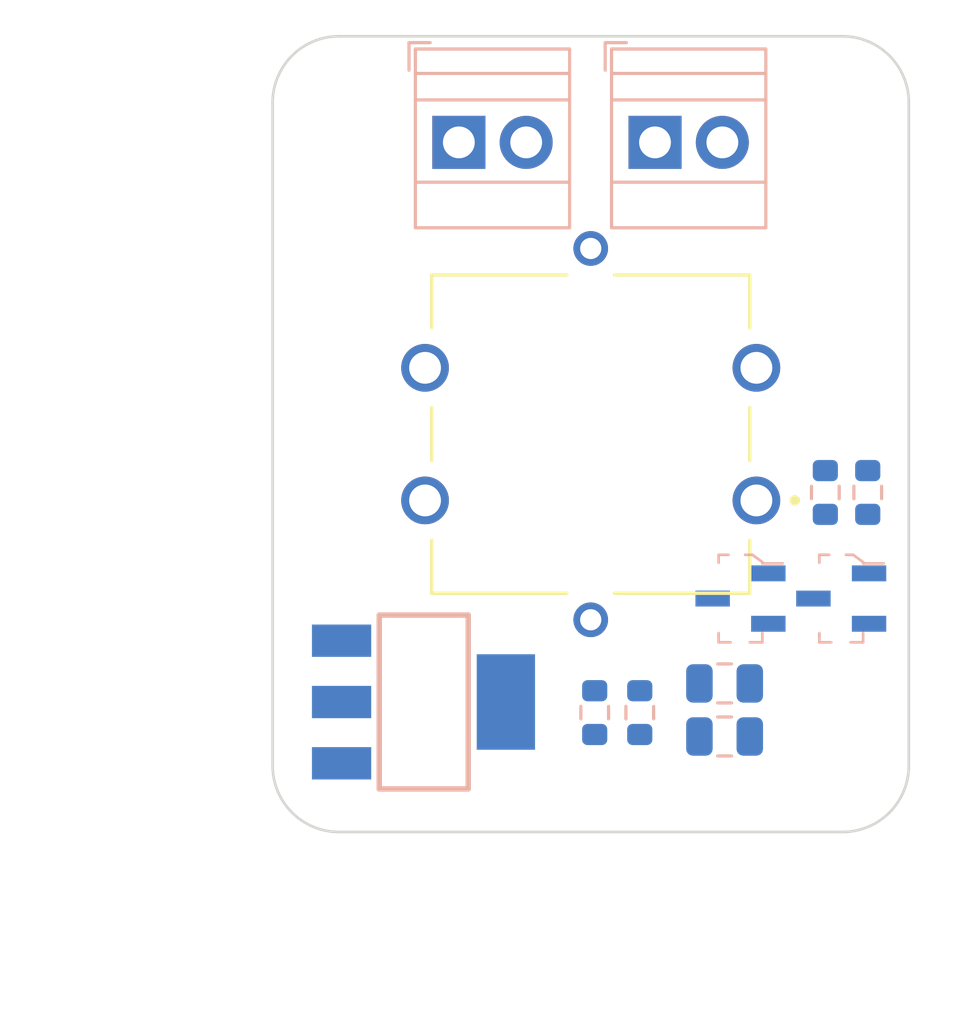
<source format=kicad_pcb>
(kicad_pcb (version 20240108) (generator "pcbnew") (generator_version "8.0")
  (layers (0 "F.Cu" signal) (31 "B.Cu" signal) (34 "B.Paste" user) (35 "F.Paste" user) (36 "B.SilkS" user "B.Silkscreen") (37 "F.SilkS" user "F.Silkscreen") (38 "B.Mask" user) (39 "F.Mask" user) (44 "Edge.Cuts" user))
  (net 0 "")
  (net 1 "Net-(Q2-C)")
  (net 2 "GND")
  (net 3 "+12V")
  (net 4 "VDD")
  (net 5 "Net-(Q1-C)")
  (net 6 "Net-(Q1-B)")
  (net 7 "Net-(R4-Pad1)")
  (footprint "SW_TSD1265:SW_TSD1265" (layer "F.Cu") (at 120 58.7 -90)
    (property "Reference" "S1" (hide yes))
    (property "Value" "TSD1265" (hide yes))
    (fp_line (start -6 6) (end -4 6) (stroke (width 0.127)) (layer "F.SilkS"))
    (fp_line (start -1 6) (end 1 6) (stroke (width 0.127)) (layer "F.SilkS"))
    (fp_line (start 4 6) (end 6 6) (stroke (width 0.127)) (layer "F.SilkS"))
    (fp_line (start 6 6) (end 6 0.9) (stroke (width 0.127)) (layer "F.SilkS"))
    (fp_line (start -6 0.9) (end -6 6) (stroke (width 0.127)) (layer "F.SilkS"))
    (fp_line (start 6 -0.9) (end 6 -6) (stroke (width 0.127)) (layer "F.SilkS"))
    (fp_line (start -6 -6) (end -6 -0.9) (stroke (width 0.127)) (layer "F.SilkS"))
    (fp_line (start -4 -6) (end -6 -6) (stroke (width 0.127)) (layer "F.SilkS"))
    (fp_line (start 1 -6) (end -1 -6) (stroke (width 0.127)) (layer "F.SilkS"))
    (fp_line (start 6 -6) (end 4 -6) (stroke (width 0.127)) (layer "F.SilkS"))
    (fp_circle (center 2.5 -7.7) (end 2.6 -7.7) (stroke (width 0.2)) (fill none) (layer "F.SilkS"))
    (pad "" np_thru_hole circle (at -4.500001 0 270) (size 1.8 1.8) (drill 1.8) (layers "*.Cu" "*.Mask"))
    (pad "" np_thru_hole circle (at 4.500001 0 270) (size 1.8 1.8) (drill 1.8) (layers "*.Cu" "*.Mask"))
    (pad "A" thru_hole circle (at -2.5 -6.249999 270) (size 1.8 1.8) (drill 1.2) (layers "*.Cu" "*.Mask") (net 6 "Net-(Q1-B)"))
    (pad "B" thru_hole circle (at 2.5 -6.249999 270) (size 1.8 1.8) (drill 1.2) (layers "*.Cu" "*.Mask") (net 1 "Net-(Q2-C)"))
    (pad "C" thru_hole circle (at -2.5 6.249999 270) (size 1.8 1.8) (drill 1.2) (layers "*.Cu" "*.Mask") (net 6 "Net-(Q1-B)"))
    (pad "D" thru_hole circle (at 2.5 6.249999 270) (size 1.8 1.8) (drill 1.2) (layers "*.Cu" "*.Mask") (net 1 "Net-(Q2-C)"))
    (pad "E" thru_hole circle (at -6.999999 0 270) (size 1.308 1.308) (drill 0.8) (layers "*.Cu" "*.Mask") (net 4 "VDD"))
    (pad "F" thru_hole circle (at 6.999999 0 270) (size 1.308 1.308) (drill 0.8) (layers "*.Cu" "*.Mask") (net 7 "Net-(R4-Pad1)"))
  )
  (footprint "MountingHole:MountingHole_2.7mm_M2.5_ISO7380" (layer "F.Cu") (at 129.5 71.2)
    (property "Reference" "H1" (hide yes))
    (property "Value" "MountingHole")
    (pad "" np_thru_hole circle (at 0 0) (size 2.7 2.7) (drill 2.7) (layers "*.Cu" "*.Mask"))
  )
  (footprint "MountingHole:MountingHole_2.7mm_M2.5_ISO7380" (layer "F.Cu") (at 110.5 46.2)
    (property "Reference" "H2" (hide yes))
    (property "Value" "MountingHole")
    (pad "" np_thru_hole circle (at 0 0) (size 2.7 2.7) (drill 2.7) (layers "*.Cu" "*.Mask"))
  )
  (footprint "Capacitor_SMD:C_0805_2012Metric" (layer "B.Cu") (at 125.05 68.1)
    (property "Reference" "C1" (hide yes))
    (property "Value" "22uF")
    (fp_line (start -0.261252 -0.735) (end 0.261252 -0.735) (stroke (width 0.12)) (layer "B.SilkS"))
    (fp_line (start -0.261252 0.735) (end 0.261252 0.735) (stroke (width 0.12)) (layer "B.SilkS"))
    (pad "1" smd roundrect (at -0.95 0) (size 1 1.45) (layers "B.Cu" "B.Paste" "B.Mask") (net 1 "Net-(Q2-C)"))
    (pad "2" smd roundrect (at 0.95 0) (size 1 1.45) (layers "B.Cu" "B.Paste" "B.Mask") (net 2 "GND"))
  )
  (footprint "Resistor_SMD:R_0603_1608Metric" (layer "B.Cu") (at 128.85 60.9 -90)
    (property "Reference" "R3" (hide yes))
    (property "Value" "100K")
    (fp_line (start -0.237258 0.5225) (end 0.237258 0.5225) (stroke (width 0.12)) (layer "B.SilkS"))
    (fp_line (start -0.237258 -0.5225) (end 0.237258 -0.5225) (stroke (width 0.12)) (layer "B.SilkS"))
    (pad "1" smd roundrect (at -0.825 0 270) (size 0.8 0.95) (layers "B.Cu" "B.Paste" "B.Mask") (net 3 "+12V"))
    (pad "2" smd roundrect (at 0.825 0 270) (size 0.8 0.95) (layers "B.Cu" "B.Paste" "B.Mask") (net 1 "Net-(Q2-C)"))
  )
  (footprint "Capacitor_SMD:C_0805_2012Metric" (layer "B.Cu") (at 125.05 70.1)
    (property "Reference" "C2" (hide yes))
    (property "Value" "22uF")
    (fp_line (start -0.261252 -0.735) (end 0.261252 -0.735) (stroke (width 0.12)) (layer "B.SilkS"))
    (fp_line (start -0.261252 0.735) (end 0.261252 0.735) (stroke (width 0.12)) (layer "B.SilkS"))
    (pad "1" smd roundrect (at -0.95 0) (size 1 1.45) (layers "B.Cu" "B.Paste" "B.Mask") (net 1 "Net-(Q2-C)"))
    (pad "2" smd roundrect (at 0.95 0) (size 1 1.45) (layers "B.Cu" "B.Paste" "B.Mask") (net 2 "GND"))
  )
  (footprint "digikey-footprints:SOT-23-3" (layer "B.Cu") (at 129.45 64.9 180)
    (property "Reference" "Q1" (hide yes))
    (property "Value" "BC847B_215")
    (fp_line (start 0.825 1.65) (end 0.825 1.35) (stroke (width 0.1)) (layer "B.SilkS"))
    (fp_line (start 0.825 -1.35) (end 0.825 -1.65) (stroke (width 0.1)) (layer "B.SilkS"))
    (fp_line (start 0.825 -1.425) (end 0.825 -1.3) (stroke (width 0.1)) (layer "B.SilkS"))
    (fp_line (start 0.825 -1.65) (end 0.375 -1.65) (stroke (width 0.1)) (layer "B.SilkS"))
    (fp_line (start 0.45 1.65) (end 0.825 1.65) (stroke (width 0.1)) (layer "B.SilkS"))
    (fp_line (start -0.175 1.65) (end -0.45 1.65) (stroke (width 0.1)) (layer "B.SilkS"))
    (fp_line (start -0.35 -1.65) (end -0.825 -1.65) (stroke (width 0.1)) (layer "B.SilkS"))
    (fp_line (start -0.45 1.65) (end -0.825 1.375) (stroke (width 0.1)) (layer "B.SilkS"))
    (fp_line (start -0.825 1.375) (end -0.825 1.325) (stroke (width 0.1)) (layer "B.SilkS"))
    (fp_line (start -0.825 1.325) (end -1.6 1.325) (stroke (width 0.1)) (layer "B.SilkS"))
    (fp_line (start -0.825 -1.65) (end -0.825 -1.3) (stroke (width 0.1)) (layer "B.SilkS"))
    (pad "1" smd rect (at -1.05 0.95 180) (size 1.3 0.6) (layers "B.Cu" "B.Paste" "B.Mask") (net 6 "Net-(Q1-B)"))
    (pad "2" smd rect (at -1.05 -0.95 180) (size 1.3 0.6) (layers "B.Cu" "B.Paste" "B.Mask") (net 2 "GND"))
    (pad "3" smd rect (at 1.05 0 180) (size 1.3 0.6) (layers "B.Cu" "B.Paste" "B.Mask") (net 5 "Net-(Q1-C)"))
  )
  (footprint "TerminalBlock:TerminalBlock_Xinya_XY308-2.54-2P_1x02_P2.54mm_Horizontal" (layer "B.Cu") (at 122.425 47.7)
    (property "Reference" "J2" (hide yes))
    (property "Value" "OSTTC020162")
    (fp_line (start -1.88 -3.76) (end -1.88 -2.72) (stroke (width 0.12)) (layer "B.SilkS"))
    (fp_line (start -1.64 -3.52) (end -1.64 3.22) (stroke (width 0.12)) (layer "B.SilkS"))
    (fp_line (start -1.08 -3.76) (end -1.88 -3.76) (stroke (width 0.12)) (layer "B.SilkS"))
    (fp_line (start 4.18 -3.52) (end -1.64 -3.52) (stroke (width 0.12)) (layer "B.SilkS"))
    (fp_line (start 4.18 -3.52) (end 4.18 3.22) (stroke (width 0.12)) (layer "B.SilkS"))
    (fp_line (start 4.18 -2.6) (end -1.64 -2.600001) (stroke (width 0.12)) (layer "B.SilkS"))
    (fp_line (start 4.18 -1.6) (end -1.64 -1.6) (stroke (width 0.12)) (layer "B.SilkS"))
    (fp_line (start 4.18 1.501) (end -1.64 1.501) (stroke (width 0.12)) (layer "B.SilkS"))
    (fp_line (start 4.18 3.22) (end -1.64 3.22) (stroke (width 0.12)) (layer "B.SilkS"))
    (pad "1" thru_hole rect (at 0 0) (size 2 2) (drill 1.2) (layers "*.Cu" "*.Mask") (net 2 "GND"))
    (pad "2" thru_hole circle (at 2.54 0) (size 2 2) (drill 1.2) (layers "*.Cu" "*.Mask") (net 4 "VDD"))
  )
  (footprint "Resistor_SMD:R_0603_1608Metric" (layer "B.Cu") (at 120.15 69.2 -90)
    (property "Reference" "R4" (hide yes))
    (property "Value" "1K")
    (fp_line (start -0.237258 0.5225) (end 0.237258 0.5225) (stroke (width 0.12)) (layer "B.SilkS"))
    (fp_line (start -0.237258 -0.5225) (end 0.237258 -0.5225) (stroke (width 0.12)) (layer "B.SilkS"))
    (pad "1" smd roundrect (at -0.825 0 270) (size 0.8 0.95) (layers "B.Cu" "B.Paste" "B.Mask") (net 7 "Net-(R4-Pad1)"))
    (pad "2" smd roundrect (at 0.825 0 270) (size 0.8 0.95) (layers "B.Cu" "B.Paste" "B.Mask") (net 2 "GND"))
  )
  (footprint "TerminalBlock:TerminalBlock_Xinya_XY308-2.54-2P_1x02_P2.54mm_Horizontal" (layer "B.Cu") (at 115.025 47.7)
    (property "Reference" "J1" (hide yes))
    (property "Value" "OSTTC020162")
    (fp_line (start -1.88 -3.76) (end -1.88 -2.72) (stroke (width 0.12)) (layer "B.SilkS"))
    (fp_line (start -1.64 -3.52) (end -1.64 3.22) (stroke (width 0.12)) (layer "B.SilkS"))
    (fp_line (start -1.08 -3.76) (end -1.88 -3.76) (stroke (width 0.12)) (layer "B.SilkS"))
    (fp_line (start 4.18 -3.52) (end -1.64 -3.52) (stroke (width 0.12)) (layer "B.SilkS"))
    (fp_line (start 4.18 -3.52) (end 4.18 3.22) (stroke (width 0.12)) (layer "B.SilkS"))
    (fp_line (start 4.18 -2.6) (end -1.64 -2.6) (stroke (width 0.12)) (layer "B.SilkS"))
    (fp_line (start 4.18 -1.6) (end -1.64 -1.6) (stroke (width 0.12)) (layer "B.SilkS"))
    (fp_line (start 4.18 1.501) (end -1.64 1.501) (stroke (width 0.12)) (layer "B.SilkS"))
    (fp_line (start 4.18 3.22) (end -1.64 3.22) (stroke (width 0.12)) (layer "B.SilkS"))
    (pad "1" thru_hole rect (at 0 0) (size 2 2) (drill 1.2) (layers "*.Cu" "*.Mask") (net 3 "+12V"))
    (pad "2" thru_hole circle (at 2.54 0) (size 2 2) (drill 1.2) (layers "*.Cu" "*.Mask") (net 2 "GND"))
  )
  (footprint "MOSFET:SOT223" (layer "B.Cu") (at 113.7 68.8 90)
    (property "Reference" "Q4" (hide yes))
    (property "Value" "NDT2955")
    (fp_line (start 3.277 -1.678) (end -3.277 -1.678) (stroke (width 0.2032)) (layer "B.SilkS"))
    (fp_line (start -3.277 -1.678) (end -3.277 1.678) (stroke (width 0.2032)) (layer "B.SilkS"))
    (fp_line (start 3.277 1.678) (end 3.277 -1.678) (stroke (width 0.2032)) (layer "B.SilkS"))
    (fp_line (start -3.277 1.678) (end 3.277 1.678) (stroke (width 0.2032)) (layer "B.SilkS"))
    (pad "1" smd rect (at -2.311 -3.099 90) (size 1.219 2.235) (layers "B.Cu" "B.Paste" "B.Mask") (net 5 "Net-(Q1-C)"))
    (pad "2" smd rect (at 0 -3.099 90) (size 1.219 2.235) (layers "B.Cu" "B.Paste" "B.Mask") (net 4 "VDD"))
    (pad "3" smd rect (at 2.311 -3.099 90) (size 1.219 2.235) (layers "B.Cu" "B.Paste" "B.Mask") (net 3 "+12V"))
    (pad "4" smd rect (at 0 3.099 90) (size 3.6 2.2) (layers "B.Cu" "B.Paste" "B.Mask") (net 4 "VDD"))
  )
  (footprint "Resistor_SMD:R_0603_1608Metric" (layer "B.Cu") (at 121.85 69.2 90)
    (property "Reference" "R2" (hide yes))
    (property "Value" "100K")
    (fp_line (start -0.237258 -0.5225) (end 0.237258 -0.5225) (stroke (width 0.12)) (layer "B.SilkS"))
    (fp_line (start -0.237258 0.5225) (end 0.237258 0.5225) (stroke (width 0.12)) (layer "B.SilkS"))
    (pad "1" smd roundrect (at -0.825 0 90) (size 0.8 0.95) (layers "B.Cu" "B.Paste" "B.Mask") (net 4 "VDD"))
    (pad "2" smd roundrect (at 0.825 0 90) (size 0.8 0.95) (layers "B.Cu" "B.Paste" "B.Mask") (net 6 "Net-(Q1-B)"))
  )
  (footprint "digikey-footprints:SOT-23-3" (layer "B.Cu") (at 125.65 64.9 180)
    (property "Reference" "Q2" (hide yes))
    (property "Value" "BC847B_215")
    (fp_line (start 0.825 1.65) (end 0.825 1.35) (stroke (width 0.1)) (layer "B.SilkS"))
    (fp_line (start 0.825 -1.35) (end 0.825 -1.65) (stroke (width 0.1)) (layer "B.SilkS"))
    (fp_line (start 0.825 -1.425) (end 0.825 -1.3) (stroke (width 0.1)) (layer "B.SilkS"))
    (fp_line (start 0.825 -1.65) (end 0.375 -1.65) (stroke (width 0.1)) (layer "B.SilkS"))
    (fp_line (start 0.45 1.65) (end 0.825 1.65) (stroke (width 0.1)) (layer "B.SilkS"))
    (fp_line (start -0.175 1.65) (end -0.45 1.65) (stroke (width 0.1)) (layer "B.SilkS"))
    (fp_line (start -0.35 -1.65) (end -0.825 -1.65) (stroke (width 0.1)) (layer "B.SilkS"))
    (fp_line (start -0.45 1.65) (end -0.825 1.375) (stroke (width 0.1)) (layer "B.SilkS"))
    (fp_line (start -0.825 1.375) (end -0.825 1.325) (stroke (width 0.1)) (layer "B.SilkS"))
    (fp_line (start -0.825 1.325) (end -1.6 1.325) (stroke (width 0.1)) (layer "B.SilkS"))
    (fp_line (start -0.825 -1.65) (end -0.825 -1.3) (stroke (width 0.1)) (layer "B.SilkS"))
    (pad "1" smd rect (at -1.05 0.95 180) (size 1.3 0.6) (layers "B.Cu" "B.Paste" "B.Mask") (net 6 "Net-(Q1-B)"))
    (pad "2" smd rect (at -1.05 -0.95 180) (size 1.3 0.6) (layers "B.Cu" "B.Paste" "B.Mask") (net 2 "GND"))
    (pad "3" smd rect (at 1.05 0 180) (size 1.3 0.6) (layers "B.Cu" "B.Paste" "B.Mask") (net 1 "Net-(Q2-C)"))
  )
  (footprint "Resistor_SMD:R_0603_1608Metric" (layer "B.Cu") (at 130.45 60.9 90)
    (property "Reference" "R1" (hide yes))
    (property "Value" "100K")
    (fp_line (start -0.237258 -0.5225) (end 0.237258 -0.5225) (stroke (width 0.12)) (layer "B.SilkS"))
    (fp_line (start -0.237258 0.5225) (end 0.237258 0.5225) (stroke (width 0.12)) (layer "B.SilkS"))
    (pad "1" smd roundrect (at -0.825 0 90) (size 0.8 0.95) (layers "B.Cu" "B.Paste" "B.Mask") (net 3 "+12V"))
    (pad "2" smd roundrect (at 0.825 0 90) (size 0.8 0.95) (layers "B.Cu" "B.Paste" "B.Mask") (net 5 "Net-(Q1-C)"))
  )
  (gr_line (start 110.5 73.7) (end 129.5 73.7) (stroke (width 0.1)) (layer "Edge.Cuts"))
  (gr_arc (start 129.5 43.7) (mid 131.267767 44.432233) (end 132 46.2) (stroke (width 0.1)) (layer "Edge.Cuts"))
  (gr_arc (start 108 46.2) (mid 108.732233 44.432233) (end 110.5 43.7) (stroke (width 0.1)) (layer "Edge.Cuts"))
  (gr_arc (start 110.5 73.7) (mid 108.732233 72.967767) (end 108 71.2) (stroke (width 0.1)) (layer "Edge.Cuts"))
  (gr_line (start 108 46.2) (end 108 71.2) (stroke (width 0.1)) (layer "Edge.Cuts"))
  (gr_line (start 132 71.2) (end 132 46.2) (stroke (width 0.1)) (layer "Edge.Cuts"))
  (gr_line (start 129.5 43.7) (end 110.5 43.7) (stroke (width 0.1)) (layer "Edge.Cuts"))
  (gr_arc (start 132 71.2) (mid 131.267767 72.967767) (end 129.5 73.7) (stroke (width 0.1)) (layer "Edge.Cuts"))
)
</source>
